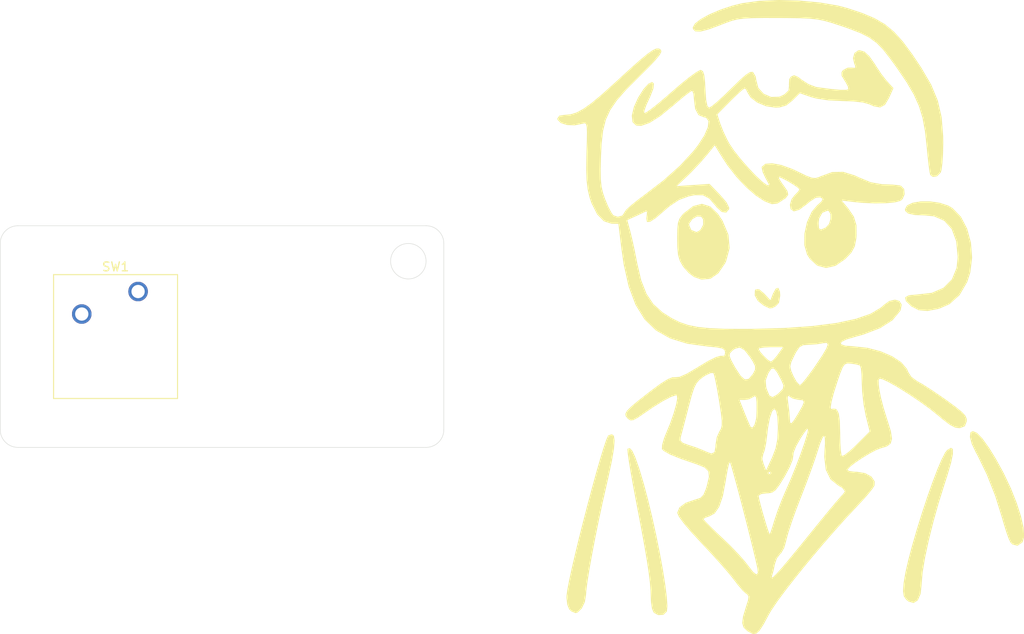
<source format=kicad_pcb>
(kicad_pcb (version 20240108) (generator "pcbnew") (generator_version "8.0")
  (layers (0 "F.Cu" signal) (31 "B.Cu" signal) (34 "B.Paste" user) (35 "F.Paste" user) (36 "B.SilkS" user "B.Silkscreen") (37 "F.SilkS" user "F.Silkscreen") (38 "B.Mask" user) (39 "F.Mask" user) (44 "Edge.Cuts" user))
  (net 0 "")
  (footprint "LOGO" (layer "F.Cu") (at 221 103)
    (property "Reference" "G***" (hide yes))
    (property "Value" "LOGO" (hide yes))
    (fp_poly (pts (xy -1.110286 -3.558432) (xy -1.080851 -3.116954) (xy -1.222772 -2.301854) (xy -1.603512 -1.900996) (xy -2.004894 -1.696075) (xy -2.289234 -1.674664) (xy -2.696983 -1.859712) (xy -3.021337 -2.036322) (xy -3.629151 -2.537563) (xy -3.961492 -3.146446) (xy -3.940774 -3.69305) (xy -3.841496 -3.832546) (xy -3.476804 -3.844634) (xy -2.909527 -3.378798) (xy -2.881636 -3.348961) (xy -2.187156 -2.599995) (xy -1.910904 -3.326593) (xy -1.581144 -3.920915) (xy -1.291794 -3.992517)) (fill solid) (layer "F.SilkS"))
    (fp_poly (pts (xy 21.093186 12.362823) (xy 21.701361 12.990892) (xy 22.471677 14.071265) (xy 23.189078 15.227506) (xy 24.108338 16.897845) (xy 24.909943 18.599015) (xy 25.567644 20.248956) (xy 26.055189 21.765613) (xy 26.346329 23.066927) (xy 26.414813 24.070843) (xy 26.234391 24.695302) (xy 26.222572 24.710089) (xy 25.658596 25.097801) (xy 25.092337 24.95475) (xy 24.879641 24.748647) (xy 24.671183 24.327519) (xy 24.381781 23.524303) (xy 24.060728 22.481409) (xy 23.920972 21.978966) (xy 23.151136 19.510984) (xy 22.201225 17.089277) (xy 21.161605 14.939849) (xy 20.96641 14.589661) (xy 20.500733 13.61641) (xy 20.292221 12.824188) (xy 20.354353 12.308702) (xy 20.624175 12.159574)) (fill solid) (layer "F.SilkS"))
    (fp_poly (pts (xy 18.376215 14.186475) (xy 18.383745 14.744852) (xy 18.175884 15.743095) (xy 17.751119 17.202805) (xy 17.453335 18.123291) (xy 16.778123 20.280262) (xy 16.168817 22.455703) (xy 15.649032 24.546872) (xy 15.242383 26.451028) (xy 14.972484 28.065428) (xy 14.86295 29.287332) (xy 14.861703 29.398872) (xy 14.745549 30.513506) (xy 14.427902 31.248362) (xy 13.954981 31.557133) (xy 13.373007 31.393515) (xy 13.099087 31.16474) (xy 12.841439 30.782728) (xy 12.756302 30.227959) (xy 12.821291 29.333236) (xy 12.836791 29.205698) (xy 13.031219 28.081295) (xy 13.360621 26.654637) (xy 13.797093 25.010861) (xy 14.312733 23.235105) (xy 14.879638 21.412505) (xy 15.469905 19.6282) (xy 16.05563 17.967326) (xy 16.608911 16.515022) (xy 17.101845 15.356424) (xy 17.506528 14.57667) (xy 17.721035 14.302936) (xy 18.154808 14.04637)) (fill solid) (layer "F.SilkS"))
    (fp_poly (pts (xy -17.758454 14.376455) (xy -17.419585 15.101122) (xy -16.998629 16.298486) (xy -16.915456 16.557115) (xy -16.436251 18.173738) (xy -15.954052 20.001578) (xy -15.484398 21.95952) (xy -15.04283 23.966448) (xy -14.644887 25.941247) (xy -14.30611 27.802801) (xy -14.04204 29.469995) (xy -13.868215 30.861712) (xy -13.800176 31.896838) (xy -13.853463 32.494257) (xy -13.859184 32.510128) (xy -14.246121 32.890087) (xy -14.833593 32.926396) (xy -15.348085 32.641702) (xy -15.539792 32.194267) (xy -15.656158 31.429502) (xy -15.67234 31.004632) (xy -15.696218 30.194745) (xy -15.774435 29.246247) (xy -15.916865 28.094589) (xy -16.133383 26.675221) (xy -16.433862 24.923594) (xy -16.828178 22.775158) (xy -17.326205 20.165364) (xy -17.34658 20.05999) (xy -17.665571 18.36761) (xy -17.934161 16.857957) (xy -18.139606 15.610027) (xy -18.269162 14.702814) (xy -18.310085 14.215315) (xy -18.299067 14.155805) (xy -18.04252 14.077134)) (fill solid) (layer "F.SilkS"))
    (fp_poly (pts (xy -19.829954 12.691113) (xy -19.748716 13.230002) (xy -19.822594 14.162244) (xy -20.052901 15.52362) (xy -20.440952 17.34991) (xy -20.66011 18.301883) (xy -21.100584 20.244823) (xy -21.530903 22.256656) (xy -21.934299 24.247825) (xy -22.294001 26.128775) (xy -22.593238 27.809948) (xy -22.815241 29.201788) (xy -22.943239 30.214739) (xy -22.968085 30.627013) (xy -23.107296 31.452714) (xy -23.457699 32.17775) (xy -23.918445 32.628004) (xy -24.166278 32.695745) (xy -24.622807 32.505637) (xy -24.87028 32.277526) (xy -25.085901 31.746076) (xy -25.177627 30.964337) (xy -25.175377 30.787618) (xy -25.092737 30.124663) (xy -24.892298 29.065469) (xy -24.593577 27.684984) (xy -24.216089 26.058157) (xy -23.77935 24.259935) (xy -23.302876 22.365267) (xy -22.806184 20.4491) (xy -22.308789 18.586382) (xy -21.830207 16.852061) (xy -21.389954 15.321084) (xy -21.007546 14.068401) (xy -20.7025 13.168959) (xy -20.494331 12.697705) (xy -20.452519 12.650276) (xy -20.064993 12.509798)) (fill solid) (layer "F.SilkS"))
    (fp_poly (pts (xy 16.871662 -13.597087) (xy 17.833718 -13.283679) (xy 18.324528 -13.005773) (xy 19.280291 -12.018039) (xy 19.98612 -10.667956) (xy 20.416224 -9.084927) (xy 20.544813 -7.398356) (xy 20.346095 -5.737644) (xy 19.991279 -4.643124) (xy 19.121469 -3.160351) (xy 17.981288 -2.140122) (xy 16.812354 -1.633168) (xy 15.52091 -1.382459) (xy 14.531125 -1.464068) (xy 13.709498 -1.88985) (xy 13.682186 -1.911101) (xy 13.079999 -2.499488) (xy 12.98954 -2.916356) (xy 13.411634 -3.163446) (xy 14.315809 -3.242553) (xy 16.008439 -3.437384) (xy 17.328939 -4.012401) (xy 18.261795 -4.953392) (xy 18.791496 -6.246145) (xy 18.914894 -7.45629) (xy 18.747817 -9.241766) (xy 18.248014 -10.605522) (xy 17.417626 -11.544796) (xy 16.258797 -12.056824) (xy 15.26839 -12.159574) (xy 14.068751 -12.209062) (xy 13.336229 -12.370699) (xy 13.00547 -12.664247) (xy 12.970213 -12.854509) (xy 13.210113 -13.299131) (xy 13.845972 -13.599252) (xy 14.752025 -13.751321) (xy 15.80251 -13.751783)) (fill solid) (layer "F.SilkS"))
    (fp_poly (pts (xy -8.987504 -13.187011) (xy -8.109593 -12.361458) (xy -7.580354 -11.562793) (xy -6.916207 -9.98483) (xy -6.782153 -8.474483) (xy -7.176479 -7.003229) (xy -7.292127 -6.76241) (xy -8.066732 -5.622524) (xy -8.957759 -5.008727) (xy -9.962601 -4.92217) (xy -10.8004 -5.209516) (xy -11.391898 -5.658214) (xy -11.990211 -6.328946) (xy -12.08391 -6.46145) (xy -12.411819 -7.044344) (xy -12.600609 -7.6934) (xy -12.684777 -8.579771) (xy -12.7 -9.518192) (xy -12.685302 -10.614013) (xy -12.637134 -11.091734) (xy -11.348936 -11.091734) (xy -11.1179 -10.537028) (xy -10.524787 -10.289418) (xy -10.231063 -10.435391) (xy -10.051915 -10.59234) (xy -9.771516 -11.125529) (xy -9.775206 -11.705623) (xy -9.992288 -12.021017) (xy -10.464411 -12.043634) (xy -10.979185 -11.747092) (xy -11.314641 -11.283436) (xy -11.348936 -11.091734) (xy -12.637134 -11.091734) (xy -12.613543 -11.3257) (xy -12.443228 -11.80932) (xy -12.132858 -12.220941) (xy -11.923985 -12.436735) (xy -10.893737 -13.224456) (xy -9.915231 -13.474613)) (fill solid) (layer "F.SilkS"))
    (fp_poly (pts (xy 1.039916 -36.403266) (xy 3.341608 -36.192166) (xy 5.413224 -35.839027) (xy 6.470871 -35.561909) (xy 8.184181 -34.990281) (xy 9.568392 -34.407352) (xy 10.722304 -33.733319) (xy 11.744716 -32.888382) (xy 12.734427 -31.79274) (xy 13.790236 -30.366592) (xy 14.828992 -28.810976) (xy 15.938509 -26.909104) (xy 16.681569 -25.113747) (xy 17.112167 -23.23965) (xy 17.284297 -21.101557) (xy 17.293617 -20.354837) (xy 17.267702 -19.121644) (xy 17.197811 -18.050564) (xy 17.095729 -17.282688) (xy 17.013898 -17.00564) (xy 16.594642 -16.576655) (xy 16.109792 -16.505458) (xy 15.827419 -16.720876) (xy 15.745362 -17.073004) (xy 15.636594 -17.843104) (xy 15.516484 -18.910364) (xy 15.420787 -19.917093) (xy 15.228835 -21.664411) (xy 14.956873 -23.143009) (xy 14.554771 -24.473702) (xy 13.972397 -25.777306) (xy 13.15962 -27.174637) (xy 12.066308 -28.786511) (xy 11.302616 -29.841816) (xy 10.51458 -30.851665) (xy 9.771031 -31.615359) (xy 8.945874 -32.216216) (xy 7.91302 -32.737555) (xy 6.546375 -33.262693) (xy 5.674468 -33.560745) (xy 4.689805 -33.880887) (xy 3.87333 -34.109944) (xy 3.09937 -34.263513) (xy 2.24225 -34.357188) (xy 1.176298 -34.406566) (xy -0.22416 -34.427243) (xy -1.351063 -34.432607) (xy -3.018223 -34.433905) (xy -4.256943 -34.416323) (xy -5.179183 -34.366555) (xy -5.896901 -34.271295) (xy -6.522053 -34.117238) (xy -7.1666 -33.891079) (xy -7.701063 -33.677948) (xy -9.093518 -33.15598) (xy -10.064629 -32.903421) (xy -10.659083 -32.916044) (xy -10.921566 -33.189624) (xy -10.943617 -33.371277) (xy -10.697342 -33.812095) (xy -10.025062 -34.328511) (xy -9.026595 -34.871338) (xy -7.801759 -35.391392) (xy -6.450371 -35.839489) (xy -5.404255 -36.100776) (xy -3.51715 -36.365927) (xy -1.307715 -36.463972)) (fill solid) (layer "F.SilkS"))
    (fp_poly (pts (xy -14.525676 -30.846528) (xy -14.477001 -30.631416) (xy -14.667926 -30.26051) (xy -15.140385 -29.681954) (xy -15.93631 -28.843897) (xy -16.989136 -27.800246) (xy -18.414755 -26.365867) (xy -19.477783 -25.157315) (xy -20.233755 -24.058025) (xy -20.738204 -22.95143) (xy -21.046663 -21.720968) (xy -21.214668 -20.250073) (xy -21.286677 -18.779787) (xy -21.322116 -17.312924) (xy -21.305147 -16.240908) (xy -21.221664 -15.419519) (xy -21.057563 -14.704536) (xy -20.820027 -14.008128) (xy -20.453186 -13.136594) (xy -20.096406 -12.458437) (xy -19.884683 -12.17953) (xy -19.393056 -12.014314) (xy -18.896095 -12.142877) (xy -18.646408 -12.493778) (xy -18.64468 -12.530222) (xy -18.438465 -12.814367) (xy -17.884502 -13.320816) (xy -17.079814 -13.964888) (xy -16.550532 -14.357958) (xy -14.238466 -16.132146) (xy -12.371524 -17.796672) (xy -10.88247 -19.413764) (xy -10.354128 -20.093024) (xy -9.644921 -21.194492) (xy -9.247167 -22.120077) (xy -9.174002 -22.804804) (xy -9.438566 -23.183698) (xy -9.718152 -23.238298) (xy -10.299082 -23.483765) (xy -10.674765 -24.175102) (xy -10.80851 -25.244709) (xy -10.80851 -25.247129) (xy -10.863373 -25.879418) (xy -10.998578 -26.200566) (xy -11.030624 -26.210638) (xy -11.318776 -26.042976) (xy -11.905732 -25.5936) (xy -12.689143 -24.942925) (xy -13.124773 -24.565263) (xy -14.602496 -23.362286) (xy -15.802319 -22.599669) (xy -16.744011 -22.266717) (xy -17.313451 -22.298848) (xy -17.730243 -22.683063) (xy -17.816795 -23.413596) (xy -17.578227 -24.41298) (xy -17.105216 -25.450001) (xy -16.482385 -26.431928) (xy -15.937006 -27.022815) (xy -15.529648 -27.225532) (xy -15.320878 -27.042951) (xy -15.371266 -26.477943) (xy -15.741379 -25.533379) (xy -15.81315 -25.388745) (xy -16.179467 -24.588314) (xy -16.393678 -23.965379) (xy -16.417952 -23.718752) (xy -16.195561 -23.785768) (xy -15.647694 -24.162986) (xy -14.846707 -24.794833) (xy -13.864951 -25.625732) (xy -13.385324 -26.048112) (xy -12.309422 -26.976351) (xy -11.350545 -27.747039) (xy -10.59097 -28.298187) (xy -10.112976 -28.567804) (xy -10.020526 -28.583236) (xy -9.790688 -28.425098) (xy -9.642233 -27.990441) (xy -9.551918 -27.179633) (xy -9.513633 -26.410368) (xy -9.431381 -25.212583) (xy -9.291346 -24.525003) (xy -9.101975 -24.319149) (xy -8.787687 -24.501006) (xy -8.189425 -24.994207) (xy -7.397431 -25.720194) (xy -6.629863 -26.471143) (xy -5.636167 -27.443205) (xy -4.937903 -28.0527) (xy -4.475191 -28.344262) (xy -4.188152 -28.362527) (xy -4.136734 -28.329547) (xy -3.845572 -27.835305) (xy -3.782978 -27.453634) (xy -3.548349 -26.555746) (xy -2.941506 -25.889113) (xy -2.108016 -25.53019) (xy -1.193444 -25.555431) (xy -0.640736 -25.80327) (xy -0.147673 -26.269009) (xy -0.094223 -26.814571) (xy -0.10868 -26.877084) (xy -0.072845 -27.548808) (xy 0.132294 -27.829581) (xy 0.478429 -27.980542) (xy 0.909438 -27.808825) (xy 1.353594 -27.465932) (xy 2.131338 -26.967313) (xy 2.951032 -26.659059) (xy 3.047848 -26.641257) (xy 4.52934 -26.440824) (xy 5.656852 -26.336539) (xy 6.365385 -26.332977) (xy 6.577169 -26.392772) (xy 6.544915 -26.695099) (xy 6.256218 -27.229821) (xy 6.181729 -27.338066) (xy 5.83254 -27.921053) (xy 5.823129 -28.31068) (xy 5.970619 -28.5387) (xy 6.50824 -28.832395) (xy 6.929796 -28.839105) (xy 7.356457 -28.811218) (xy 7.358531 -29.052949) (xy 7.269027 -29.232902) (xy 7.111922 -29.900315) (xy 7.283915 -30.484756) (xy 7.715325 -30.792786) (xy 7.835079 -30.804255) (xy 8.383857 -30.655476) (xy 8.942279 -30.160124) (xy 9.587603 -29.244677) (xy 9.744199 -28.987486) (xy 10.304028 -28.145154) (xy 10.907327 -27.368617) (xy 11.01595 -27.246094) (xy 11.6778 -26.525167) (xy 11.191154 -25.422158) (xy 10.729647 -24.638624) (xy 10.182034 -24.337514) (xy 9.43011 -24.479817) (xy 8.971156 -24.689466) (xy 8.257705 -24.894298) (xy 7.137782 -25.024363) (xy 5.944681 -25.064088) (xy 4.361271 -25.138244) (xy 3.005422 -25.33865) (xy 2.387879 -25.50714) (xy 1.127885 -25.945888) (xy 0.314515 -25.132518) (xy -0.405581 -24.558955) (xy -1.185758 -24.33782) (xy -1.63615 -24.319149) (xy -2.680526 -24.475152) (xy -3.664613 -24.882617) (xy -4.416363 -25.450727) (xy -4.732981 -25.953842) (xy -4.950496 -26.382637) (xy -5.093929 -26.480851) (xy -5.36364 -26.301661) (xy -5.900139 -25.827805) (xy -6.59635 -25.154849) (xy -6.727311 -25.023041) (xy -8.167013 -23.56523) (xy -7.836501 -22.523573) (xy -7.491803 -21.638587) (xy -7.012341 -20.634596) (xy -6.811807 -20.265957) (xy -6.291512 -19.490851) (xy -5.548464 -18.550232) (xy -4.694408 -17.568062) (xy -3.841093 -16.668307) (xy -3.100266 -15.974929) (xy -2.641748 -15.640026) (xy -2.381458 -15.54084) (xy -2.391919 -15.718512) (xy -2.684239 -16.256569) (xy -2.735283 -16.343385) (xy -3.060264 -17.02822) (xy -3.177401 -17.560701) (xy -3.161133 -17.656468) (xy -2.765161 -17.988776) (xy -2.000628 -18.051396) (xy -0.960272 -17.856176) (xy 0.263165 -17.414962) (xy 0.83559 -17.145945) (xy 1.803117 -16.674492) (xy 2.437766 -16.42929) (xy 2.881871 -16.379231) (xy 3.277766 -16.493206) (xy 3.448683 -16.574822) (xy 4.751496 -17.052632) (xy 5.992359 -17.088047) (xy 7.327743 -16.677226) (xy 7.765289 -16.468873) (xy 9.138717 -15.902) (xy 10.414096 -15.683675) (xy 10.718858 -15.675763) (xy 11.608157 -15.643199) (xy 12.315171 -15.564064) (xy 12.542794 -15.508324) (xy 12.890215 -15.133861) (xy 12.942432 -14.552071) (xy 12.709376 -14.001664) (xy 12.471849 -13.803362) (xy 11.84453 -13.633539) (xy 10.82505 -13.536951) (xy 9.557207 -13.517504) (xy 8.1848 -13.579105) (xy 7.314569 -13.663278) (xy 5.847222 -13.839582) (xy 6.571562 -12.978753) (xy 7.217377 -12.032148) (xy 7.515681 -11.04689) (xy 7.520913 -9.81811) (xy 7.490893 -9.518985) (xy 7.316251 -8.651119) (xy 6.940254 -7.964387) (xy 6.25207 -7.238258) (xy 5.151727 -6.476019) (xy 4.080388 -6.229672) (xy 3.094214 -6.492408) (xy 2.249369 -7.257419) (xy 1.931163 -7.762041) (xy 1.628161 -8.819727) (xy 1.64046 -10.09871) (xy 1.904095 -11.294894) (xy 3.242554 -11.294894) (xy 3.289093 -10.709466) (xy 3.518219 -10.575063) (xy 4.064191 -10.814399) (xy 4.070956 -10.818018) (xy 4.410053 -11.201094) (xy 4.585387 -11.771783) (xy 4.578587 -12.328345) (xy 4.371282 -12.66904) (xy 4.242341 -12.7) (xy 3.66422 -12.459524) (xy 3.30958 -11.824874) (xy 3.242554 -11.294894) (xy 1.904095 -11.294894) (xy 1.929807 -11.411556) (xy 2.457951 -12.570831) (xy 3.059249 -13.289746) (xy 3.57245 -13.75872) (xy 3.697178 -14.019262) (xy 3.480563 -14.182797) (xy 3.443245 -14.197603) (xy 2.940182 -14.157086) (xy 2.226512 -13.696256) (xy 1.895564 -13.411359) (xy 1.066586 -12.79493) (xy 0.451742 -12.615767) (xy 0.087266 -12.874802) (xy 0 -13.362562) (xy 0.193314 -14.000105) (xy 0.540426 -14.456383) (xy 0.940066 -14.871732) (xy 1.07877 -15.106241) (xy 0.866302 -15.316319) (xy 0.350562 -15.665232) (xy -0.29004 -16.046779) (xy -0.877097 -16.354757) (xy -1.232199 -16.482964) (xy -1.234009 -16.482979) (xy -1.197529 -16.294403) (xy -0.898004 -15.816514) (xy -0.680284 -15.519446) (xy -0.266801 -14.917073) (xy -0.178114 -14.491144) (xy -0.461798 -14.110764) (xy -1.165429 -13.645039) (xy -1.414775 -13.498624) (xy -2.032974 -13.433954) (xy -2.874505 -13.76186) (xy -3.867326 -14.422358) (xy -4.939394 -15.355461) (xy -6.018665 -16.501184) (xy -7.033097 -17.799542) (xy -7.587868 -18.638563) (xy -8.463089 -20.060978) (xy -9.421548 -18.879957) (xy -10.201502 -17.98373) (xy -11.113344 -17.02519) (xy -11.56426 -16.584875) (xy -12.748513 -15.470814) (xy -10.90032 -15.596457) (xy -9.052127 -15.7221) (xy -7.867125 -14.501297) (xy -7.139145 -13.651618) (xy -6.835207 -13.04721) (xy -6.845347 -12.855141) (xy -7.1882 -12.47067) (xy -7.686787 -12.556337) (xy -8.266576 -13.093368) (xy -8.376987 -13.240975) (xy -9.075324 -14.05196) (xy -9.795524 -14.432866) (xy -10.71129 -14.445686) (xy -11.3819 -14.313369) (xy -12.475649 -13.91159) (xy -13.56143 -13.191804) (xy -14.166961 -12.67054) (xy -15.122885 -11.850269) (xy -15.759782 -11.438363) (xy -16.102985 -11.42668) (xy -16.177829 -11.807083) (xy -16.144583 -12.035178) (xy -16.102188 -12.508315) (xy -16.180636 -12.628908) (xy -16.513686 -12.466416) (xy -17.13498 -12.176813) (xy -17.33386 -12.085557) (xy -18.319848 -11.634718) (xy -17.97017 -10.343423) (xy -17.75092 -9.444987) (xy -17.490377 -8.24807) (xy -17.239099 -6.986753) (xy -17.199952 -6.77742) (xy -16.744623 -4.835588) (xy -16.155771 -3.332555) (xy -15.382807 -2.173097) (xy -14.375146 -1.26199) (xy -14.208341 -1.146051) (xy -13.293634 -0.571785) (xy -12.407467 -0.130677) (xy -11.46114 0.193205) (xy -10.365954 0.415791) (xy -9.033211 0.55301) (xy -7.374211 0.620794) (xy -5.300257 0.635073) (xy -4.323404 0.629277) (xy -0.648648 0.533444) (xy 2.541514 0.312281) (xy 5.238987 -0.032765) (xy 7.435678 -0.500247) (xy 9.123494 -1.088715) (xy 10.294342 -1.796724) (xy 10.540893 -2.029358) (xy 11.20276 -2.515806) (xy 11.849655 -2.662813) (xy 12.360363 -2.510325) (xy 12.613666 -2.098287) (xy 12.488348 -1.466643) (xy 12.45363 -1.399042) (xy 11.584503 -0.345712) (xy 10.200554 0.546493) (xy 8.303038 1.276844) (xy 7.468299 1.506595) (xy 6.383566 1.831559) (xy 5.813869 2.121186) (xy 5.762996 2.35811) (xy 6.234736 2.524966) (xy 7.228796 2.604293) (xy 8.757857 2.769292) (xy 10.228873 3.157113) (xy 11.532912 3.716552) (xy 12.561043 4.396402) (xy 13.204335 5.145461) (xy 13.335152 5.474674) (xy 13.687215 6.030658) (xy 14.335217 6.512944) (xy 14.380409 6.535457) (xy 14.972953 6.872893) (xy 15.863057 7.440616) (xy 16.91287 8.148795) (xy 17.644832 8.662749) (xy 18.713358 9.443638) (xy 19.402938 10.005025) (xy 19.786841 10.423316) (xy 19.938338 10.774915) (xy 19.94164 11.057804) (xy 19.725543 11.619133) (xy 19.158197 11.835698) (xy 19.151594 11.836472) (xy 18.645625 11.776928) (xy 18.015878 11.449356) (xy 17.162937 10.796354) (xy 16.774456 10.463893) (xy 15.821787 9.697423) (xy 14.641542 8.841651) (xy 13.368206 7.984471) (xy 12.13626 7.213781) (xy 11.080188 6.617476) (xy 10.427795 6.3158) (xy 10.128418 6.247742) (xy 10.005461 6.416431) (xy 10.024808 6.93638) (xy 10.088985 7.453013) (xy 10.268151 8.369162) (xy 10.576368 9.551913) (xy 10.950763 10.762675) (xy 10.996241 10.895885) (xy 11.385614 12.153937) (xy 11.51567 13.016154) (xy 11.368455 13.570233) (xy 10.926013 13.903872) (xy 10.346105 14.071271) (xy 9.788414 14.280669) (xy 9.0175 14.685034) (xy 8.167962 15.197864) (xy 7.374401 15.732659) (xy 6.771415 16.202915) (xy 6.493605 16.52213) (xy 6.488308 16.550532) (xy 6.726026 16.677439) (xy 7.323769 16.748024) (xy 7.565958 16.753191) (xy 8.495336 16.904558) (xy 9.200433 17.298779) (xy 9.56615 17.846041) (xy 9.549213 18.300786) (xy 9.294002 18.703446) (xy 8.754122 19.370133) (xy 8.027361 20.183058) (xy 7.693371 20.53617) (xy 6.363944 21.9577) (xy 4.943273 23.545765) (xy 3.492091 25.225967) (xy 2.071132 26.923909) (xy 0.741128 28.565195) (xy -0.437186 30.075427) (xy -1.403078 31.380207) (xy -2.095814 32.405139) (xy -2.341684 32.828921) (xy -2.958132 33.971724) (xy -3.419902 34.684019) (xy -3.803187 35.023929) (xy -4.184179 35.049576) (xy -4.639071 34.819081) (xy -4.803705 34.707018) (xy -5.216535 34.314231) (xy -5.371935 33.812734) (xy -5.277446 33.074606) (xy -4.961345 32.032573) (xy -4.715552 31.249966) (xy -4.663921 30.818096) (xy -4.803839 30.584371) (xy -4.935087 30.499536) (xy -5.315336 30.160759) (xy -5.859109 29.531461) (xy -6.277531 28.981587) (xy -6.503288 28.696189) (xy -2.034157 28.696189) (xy -1.867472 28.615286) (xy -1.485677 28.238377) (xy -0.865355 27.539099) (xy 0.016911 26.491091) (xy 1.184537 25.06799) (xy 2.604353 23.31367) (xy 3.606262 22.078697) (xy 4.50171 20.990811) (xy 5.232047 20.119993) (xy 5.738627 19.536225) (xy 5.957833 19.312084) (xy 6.203413 18.967784) (xy 5.921235 18.580862) (xy 5.471809 18.321349) (xy 4.58094 17.611996) (xy 4.044395 16.51375) (xy 3.873637 15.055457) (xy 3.909274 14.38883) (xy 3.960972 13.516568) (xy 3.939026 12.906707) (xy 3.858058 12.700375) (xy 3.681201 12.938904) (xy 3.423635 13.56232) (xy 3.155333 14.389204) (xy 2.869218 15.277437) (xy 2.434242 16.51516) (xy 1.905143 17.951258) (xy 1.336662 19.434616) (xy 1.222318 19.725532) (xy 0.684412 21.134843) (xy 0.209871 22.465769) (xy -0.15782 23.589965) (xy -0.375171 24.379082) (xy -0.403294 24.523299) (xy -0.625605 25.319453) (xy -0.955139 25.906411) (xy -1.065342 26.009469) (xy -1.456306 26.51183) (xy -1.678655 27.156383) (xy -1.844982 27.940163) (xy -2.009148 28.507447) (xy -2.034157 28.696189) (xy -6.503288 28.696189) (xy -6.808941 28.309787) (xy -7.619047 27.365528) (xy -8.607907 26.261961) (xy -9.675581 25.112235) (xy -9.951662 24.821896) (xy -11.092657 23.589007) (xy -11.957939 22.571356) (xy -12.307065 22.093378) (xy -9.727659 22.093378) (xy -9.541858 22.326445) (xy -9.039288 22.84181) (xy -8.302198 23.557295) (xy -7.62358 24.195665) (xy -6.646545 25.141811) (xy -5.73663 26.090547) (xy -5.024298 26.902707) (xy -4.749597 27.261368) (xy -4.159152 28.024376) (xy -3.771733 28.330078) (xy -3.6059 28.172201) (xy -3.6613 27.629255) (xy -3.876785 26.674248) (xy -4.173331 25.433821) (xy -4.528311 23.995135) (xy -4.919102 22.445353) (xy -5.323078 20.871639) (xy -5.686927 19.478643) (xy -3.512766 19.478643) (xy -3.444602 19.851944) (xy -3.268605 20.551935) (xy -3.027511 21.43022) (xy -2.764059 22.338402) (xy -2.520988 23.128087) (xy -2.341036 23.650879) (xy -2.274332 23.778723) (xy -2.166287 23.542317) (xy -1.960854 22.92828) (xy -1.749716 22.229629) (xy -1.384591 21.131266) (xy -0.896682 19.861768) (xy -0.491622 18.919523) (xy 0.080541 17.609115) (xy 0.666667 16.160269) (xy 1.211009 14.721593) (xy 1.657821 13.441692) (xy 1.951354 12.469173) (xy 1.993546 12.294681) (xy 2.043049 11.93834) (xy 1.928848 11.953441) (xy 1.611225 12.374699) (xy 1.220656 12.970213) (xy 0.726413 13.844646) (xy 0.432217 14.577978) (xy 0.387766 14.964485) (xy 0.311735 15.439819) (xy -0.007864 16.225526) (xy -0.51332 17.183324) (xy -0.598951 17.328847) (xy -1.17422 18.261211) (xy -1.59393 18.816173) (xy -1.962481 19.090123) (xy -2.384273 19.179452) (xy -2.609462 19.185106) (xy -3.217406 19.262012) (xy -3.508477 19.450031) (xy -3.512766 19.478643) (xy -5.686927 19.478643) (xy -5.717615 19.361155) (xy -6.080086 18.001065) (xy -6.38519 16.888298) (xy -2.431915 16.888298) (xy -2.296808 17.023404) (xy -2.161702 16.888298) (xy -2.296808 16.753191) (xy -2.431915 16.888298) (xy -6.38519 16.888298) (xy -6.387868 16.87853) (xy -6.618336 16.080714) (xy -6.748864 15.69478) (xy -6.764969 15.67234) (xy -6.870722 15.919199) (xy -7.018963 16.575404) (xy -7.182401 17.514403) (xy -7.229302 17.82537) (xy -7.5489 19.510791) (xy -7.953889 20.703693) (xy -8.464606 21.44805) (xy -9.057042 21.777506) (xy -9.55954 21.95373) (xy -9.727659 22.093378) (xy -12.307065 22.093378) (xy -12.507167 21.819424) (xy -12.699998 21.38369) (xy -12.7 21.382912) (xy -12.444953 20.767919) (xy -11.739062 20.245282) (xy -10.671202 19.879712) (xy -10.620848 19.868987) (xy -10.089715 19.696932) (xy -9.747903 19.358112) (xy -9.473589 18.702104) (xy -9.350569 18.300482) (xy -9.1233 17.318798) (xy -9.191361 16.688005) (xy -9.621292 16.269389) (xy -10.479628 15.924237) (xy -10.492359 15.920118) (xy -12.264823 15.31303) (xy -12.30478 15.296783) (xy -3.104492 15.296783) (xy -2.96508 15.826543) (xy -2.67599 16.586906) (xy -2.013527 15.157048) (xy -1.611489 14.114118) (xy -1.407157 13.048045) (xy -1.351063 11.727424) (xy -1.407057 10.548154) (xy -1.554812 9.874334) (xy -1.763993 9.684959) (xy -2.004262 9.959029) (xy -2.245285 10.675539) (xy -2.456723 11.813487) (xy -2.543768 12.553166) (xy -2.672371 13.540254) (xy -2.832571 14.328139) (xy -2.989907 14.747737) (xy -2.991393 14.749553) (xy -3.104492 15.296783) (xy -12.30478 15.296783) (xy -13.509619 14.806886) (xy -14.229739 14.400362) (xy -14.419726 14.184258) (xy -14.401305 13.730343) (xy -14.257286 13.22641) (xy -12.327533 13.22641) (xy -12.060628 13.486273) (xy -11.385337 13.735932) (xy -11.300236 13.761526) (xy -10.407237 14.061738) (xy -9.62185 14.380836) (xy -9.458493 14.460321) (xy -8.827952 14.696718) (xy -8.494474 14.530834) (xy -8.380105 13.90716) (xy -8.376595 13.689922) (xy -8.242477 12.865818) (xy -7.951594 12.213473) (xy -7.769767 11.898521) (xy -7.678334 11.524378) (xy -7.678538 10.976527) (xy -7.771623 10.140453) (xy -7.958832 8.901637) (xy -7.989652 8.708137) (xy -8.000087 8.646809) (xy -5.666582 8.646809) (xy -5.112907 10.051493) (xy -4.779689 10.872765) (xy -4.511137 11.492056) (xy -4.403925 11.70747) (xy -4.191351 11.761032) (xy -3.969681 11.408725) (xy -3.80775 10.779456) (xy -3.779594 10.538298) (xy -3.748366 9.777717) (xy -3.753068 8.930532) (xy -3.804834 8.416206) (xy -0.250276 8.416206) (xy -0.173272 9.052128) (xy -0.062525 9.913565) (xy -0.005061 10.644504) (xy -0.002973 10.740957) (xy 0.036995 11.207667) (xy 0.18212 11.275901) (xy 0.479867 10.91709) (xy 0.934355 10.176792) (xy 1.316138 9.499824) (xy 4.602566 9.499824) (xy 4.678864 9.701378) (xy 4.771415 9.639933) (xy 5.096327 9.632355) (xy 5.31184 9.76309) (xy 5.515159 10.168729) (xy 5.633722 11.007375) (xy 5.674359 12.329022) (xy 5.674468 12.417838) (xy 5.694974 13.498963) (xy 5.749715 14.366144) (xy 5.828533 14.883308) (xy 5.864401 14.961563) (xy 6.12977 14.875668) (xy 6.662107 14.477077) (xy 7.357359 13.846037) (xy 7.524905 13.680923) (xy 8.995478 12.210351) (xy 8.55093 10.4406) (xy 8.308196 9.165965) (xy 8.146729 7.727374) (xy 8.106383 6.783287) (xy 8.079454 5.829534) (xy 8.008676 5.11068) (xy 7.909067 4.775767) (xy 7.903724 4.771849) (xy 7.511034 4.654081) (xy 6.890426 4.553242) (xy 6.488592 4.530405) (xy 6.202572 4.640016) (xy 5.959881 4.979614) (xy 5.688033 5.646737) (xy 5.354366 6.620213) (xy 4.951961 7.898924) (xy 4.697479 8.8789) (xy 4.602566 9.499824) (xy 1.316138 9.499824) (xy 1.39436 9.361123) (xy 1.572477 8.902152) (xy 1.473055 8.698178) (xy 1.100444 8.6475) (xy 0.999788 8.646809) (xy 0.346014 8.506073) (xy 0.018851 8.309043) (xy -0.195937 8.17999) (xy -0.250276 8.416206) (xy -3.804834 8.416206) (xy -3.812555 8.33949) (xy -3.96458 8.214443) (xy -4.107234 8.322553) (xy -4.625487 8.584957) (xy -5.049035 8.646809) (xy -5.666582 8.646809) (xy -8.000087 8.646809) (xy -8.193515 7.510019) (xy -8.386343 6.514073) (xy -8.401186 6.450399) (xy -2.719072 6.450399) (xy -2.660502 7.202284) (xy -2.588038 7.455301) (xy -2.29876 8.144398) (xy -1.953619 8.330158) (xy -1.445061 8.038871) (xy -1.177542 7.800082) (xy -0.783279 7.374524) (xy -0.723328 7.004132) (xy -0.964304 6.43468) (xy -0.991239 6.381465) (xy -1.460809 5.515371) (xy -1.794591 5.109867) (xy -2.068121 5.128144) (xy -2.356937 5.533399) (xy -2.43399 5.678482) (xy -2.719072 6.450399) (xy -8.401186 6.450399) (xy -8.543673 5.839135) (xy -8.627311 5.610428) (xy -8.934503 5.624493) (xy -9.49934 5.896056) (xy -9.750886 6.056128) (xy -10.188903 6.390086) (xy -10.51476 6.773033) (xy -10.785218 7.322394) (xy -11.05704 8.155595) (xy -11.386987 9.39006) (xy -11.414568 9.497827) (xy -11.727273 10.712214) (xy -12.005686 11.776572) (xy -12.213502 12.553019) (xy -12.298383 12.85424) (xy -12.327533 13.22641) (xy -14.257286 13.22641) (xy -14.191144 12.994972) (xy -13.995527 12.505467) (xy -13.503514 11.308281) (xy -13.104234 10.170848) (xy -12.825662 9.195148) (xy -12.695773 8.483159) (xy -12.742542 8.136862) (xy -12.792324 8.119362) (xy -13.373289 8.299849) (xy -14.29156 8.77951) (xy -15.467548 9.513633) (xy -16.345941 10.115637) (xy -17.15399 10.669391) (xy -17.655925 10.938435) (xy -17.977503 10.962946) (xy -18.244476 10.783099) (xy -18.291394 10.737177) (xy -18.501853 10.475798) (xy -18.541728 10.208423) (xy -18.360094 9.873867) (xy -17.906029 9.410942) (xy -17.128609 8.758461) (xy -15.976911 7.855238) (xy -15.741439 7.67328) (xy -14.586719 6.818128) (xy -13.762557 6.299011) (xy -13.206772 6.080729) (xy -12.942299 6.088646) (xy -12.438845 6.045387) (xy -11.609773 5.680018) (xy -10.417303 4.975491) (xy -10.277567 4.88634) (xy -9.187713 4.2334) (xy -8.331663 3.812949) (xy -7.883806 3.690045) (xy -6.785729 3.690045) (xy -6.605558 4.161323) (xy -6.175253 4.944415) (xy -6.128364 5.026144) (xy -5.541274 5.927098) (xy -5.064626 6.335503) (xy -4.637133 6.271226) (xy -4.19751 5.754135) (xy -4.144964 5.669114) (xy -3.923982 5.227507) (xy -3.925481 4.877744) (xy 0.052578 4.877744) (xy 0.161195 5.375345) (xy 0.40553 5.945148) (xy 0.758351 6.584561) (xy 1.076192 6.928226) (xy 1.177458 6.948294) (xy 1.443082 6.69714) (xy 1.924977 6.100331) (xy 2.540962 5.262753) (xy 2.889338 4.763447) (xy 3.654822 3.616987) (xy 4.109715 2.8457) (xy 4.271853 2.395576) (xy 4.159068 2.212606) (xy 3.789193 2.24278) (xy 3.715426 2.261604) (xy 3.02439 2.374542) (xy 2.171229 2.427745) (xy 2.113106 2.428225) (xy 1.489844 2.478927) (xy 1.080254 2.711558) (xy 0.71358 3.255673) (xy 0.51509 3.640656) (xy 0.166732 4.379664) (xy 0.052578 4.877744) (xy -3.925481 4.877744) (xy -3.925653 4.837617) (xy -4.18483 4.310637) (xy -4.481663 3.845177) (xy -5.103107 3.04934) (xy -5.389467 2.887372) (xy -3.512766 2.887372) (xy -3.335502 3.216609) (xy -2.925735 3.692632) (xy -2.466495 4.124943) (xy -2.140814 4.323046) (xy -2.133 4.323404) (xy -1.856991 4.124078) (xy -1.438615 3.632566) (xy -1.351063 3.512766) (xy -0.773838 2.702128) (xy -2.143302 2.702128) (xy -2.920186 2.735042) (xy -3.416444 2.819303) (xy -3.512766 2.887372) (xy -5.389467 2.887372) (xy -5.648788 2.740698) (xy -6.201598 2.889837) (xy -6.506367 3.126688) (xy -6.743441 3.39152) (xy -6.785729 3.690045) (xy -7.883806 3.690045) (xy -7.796471 3.666078) (xy -7.718691 3.678498) (xy -7.373881 3.65233) (xy -7.295744 3.310465) (xy -7.359093 3.029102) (xy -7.623447 2.848283) (xy -8.20027 2.729237) (xy -9.201023 2.633191) (xy -9.254787 2.629022) (xy -11.561889 2.310582) (xy -13.497357 1.717058) (xy -15.093614 0.811765) (xy -16.383082 -0.44198) (xy -17.398186 -2.080859) (xy -18.171347 -4.141556) (xy -18.734991 -6.660753) (xy -18.982347 -8.376596) (xy -19.326313 -11.21383) (xy -20.100961 -11.226871) (xy -20.960946 -11.504021) (xy -21.721008 -12.281574) (xy -22.35189 -13.524147) (xy -22.588694 -14.235372) (xy -22.791079 -15.107622) (xy -22.909122 -16.109424) (xy -22.951586 -17.372231) (xy -22.927234 -19.027494) (xy -22.921304 -19.224727) (xy -22.880255 -20.645075) (xy -22.868953 -21.607209) (xy -22.898441 -22.193013) (xy -22.979759 -22.484374) (xy -23.123951 -22.563179) (xy -23.342057 -22.511313) (xy -23.363463 -22.503819) (xy -24.255109 -22.32332) (xy -25.125643 -22.360097) (xy -25.821169 -22.58221) (xy -26.187793 -22.957722) (xy -26.210638 -23.094711) (xy -25.984346 -23.418708) (xy -25.391321 -23.508511) (xy -24.715959 -23.568921) (xy -24.032105 -23.780639) (xy -23.269682 -24.189396) (xy -22.358613 -24.840923) (xy -21.228823 -25.780951) (xy -19.810235 -27.055211) (xy -19.455319 -27.382272) (xy -18.010037 -28.707726) (xy -16.89971 -29.694066) (xy -16.071414 -30.378485) (xy -15.472222 -30.798176) (xy -15.049207 -30.990332) (xy -14.749444 -30.992145)) (fill solid) (layer "F.SilkS"))
  )
  (footprint "Button_Switch_Keyboard:SW_Cherry_MX_1.00u_PCB" (layer "F.Cu") (at 147.54 99.42)
    (property "Reference" "SW1" (at -2.54 -2.794 0) (layer "F.SilkS"))
    (property "Value" "SW_Push")
    (fp_line (start -9.525 -1.905) (end 4.445 -1.905) (stroke (width 0.12)) (layer "F.SilkS"))
    (fp_line (start -9.525 12.065) (end -9.525 -1.905) (stroke (width 0.12)) (layer "F.SilkS"))
    (fp_line (start 4.445 -1.905) (end 4.445 12.065) (stroke (width 0.12)) (layer "F.SilkS"))
    (fp_line (start 4.445 12.065) (end -9.525 12.065) (stroke (width 0.12)) (layer "F.SilkS"))
    (pad "" np_thru_hole circle (at -7.62 5.08) (size 1.7 1.7) (drill 1.7) (layers "*.Cu" "*.Mask"))
    (pad "" np_thru_hole circle (at -2.54 5.08) (size 4 4) (drill 4) (layers "*.Cu" "*.Mask"))
    (pad "" np_thru_hole circle (at 2.54 5.08) (size 1.7 1.7) (drill 1.7) (layers "*.Cu" "*.Mask"))
    (pad "1" thru_hole circle (at 0 0) (size 2.2 2.2) (drill 1.5) (layers "*.Cu" "*.Mask"))
    (pad "2" thru_hole circle (at -6.35 2.54) (size 2.2 2.2) (drill 1.5) (layers "*.Cu" "*.Mask"))
  )
  (gr_arc (start 132 94) (mid 132.585786 92.585786) (end 134 92) (stroke (width 0.05)) (layer "Edge.Cuts"))
  (gr_line (start 132 115) (end 132 94) (stroke (width 0.05)) (layer "Edge.Cuts"))
  (gr_arc (start 134 117) (mid 132.585786 116.414214) (end 132 115) (stroke (width 0.05)) (layer "Edge.Cuts"))
  (gr_line (start 134 92) (end 180 92) (stroke (width 0.05)) (layer "Edge.Cuts"))
  (gr_circle (center 178 96) (end 180 96) (stroke (width 0.05)) (fill none) (layer "Edge.Cuts"))
  (gr_line (start 182 94) (end 182 115) (stroke (width 0.05)) (layer "Edge.Cuts"))
  (gr_arc (start 180 92) (mid 181.414214 92.585786) (end 182 94) (stroke (width 0.05)) (layer "Edge.Cuts"))
  (gr_line (start 180 117) (end 134 117) (stroke (width 0.05)) (layer "Edge.Cuts"))
  (gr_arc (start 182 115) (mid 181.414214 116.414214) (end 180 117) (stroke (width 0.05)) (layer "Edge.Cuts"))
)
</source>
